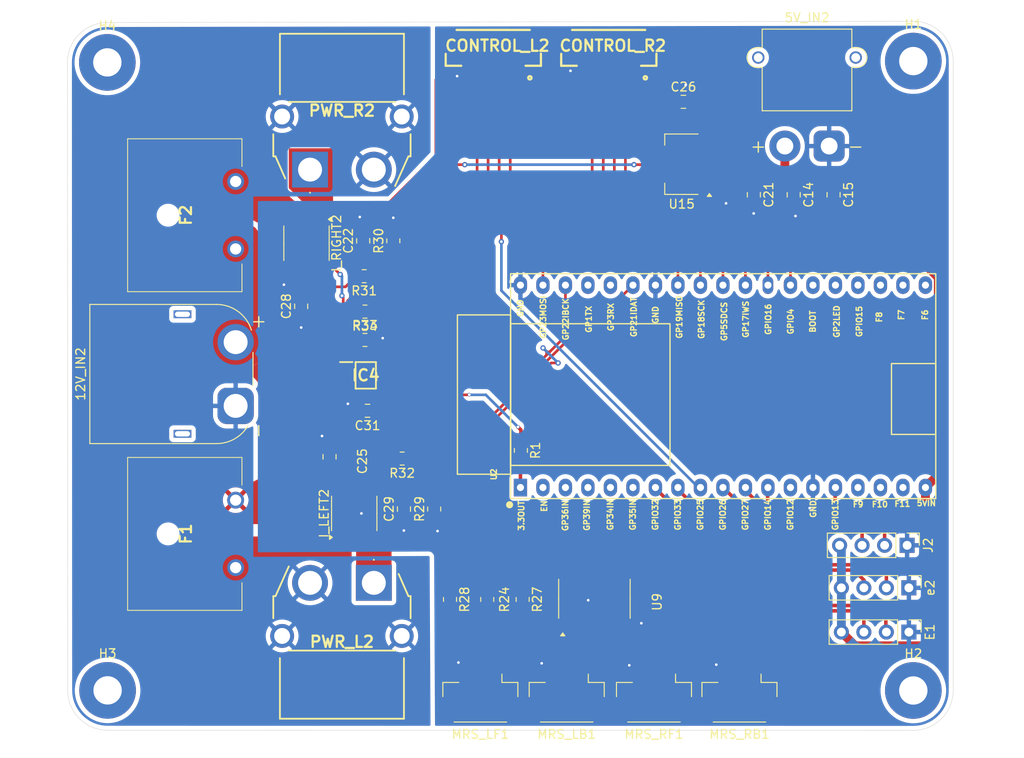
<source format=kicad_pcb>
(kicad_pcb (version 20241229) (generator "pcbnew") (generator_version "9.0")
  (layers (0 "F.Cu" jumper) (2 "B.Cu" signal) (13 "F.Paste" user) (15 "B.Paste" user) (5 "F.SilkS" user "F.Silkscreen") (7 "B.SilkS" user "B.Silkscreen") (1 "F.Mask" user) (3 "B.Mask" user) (25 "Edge.Cuts" user))
  (net 0 "")
  (net 1 "GND")
  (net 2 "+5V")
  (net 3 "+3.3V")
  (net 4 "+12V")
  (net 5 "GNDPWR")
  (net 6 "/+FUSE_L")
  (net 7 "/+FUSE_R")
  (net 8 "/I_OUT_R")
  (net 9 "/SCL")
  (net 10 "/SDA")
  (net 11 "/I_OUT_L")
  (net 12 "/+12V_L")
  (net 13 "/+12V_R")
  (net 14 "/SDA_LF")
  (net 15 "/SCL_LF")
  (net 16 "/SCL_LB")
  (net 17 "/SDA_LB")
  (net 18 "/SCL_RF")
  (net 19 "/SDA_RF")
  (net 20 "/SDA_RB")
  (net 21 "/SCL_RB")
  (net 22 "Net-(I_RIGHT2-FILTER)")
  (net 23 "Net-(I_LEFT2-FILTER)")
  (net 24 "Net-(I_LEFT2-VIOUT)")
  (net 25 "Net-(I_RIGHT2-VIOUT)")
  (net 26 "Net-(U9-~{RESET})")
  (net 27 "Net-(IC4-ADDR)")
  (net 28 "Net-(IC4-ALERT{slash}RDY)")
  (net 35 "/EN_L")
  (net 37 "/PWM_L")
  (net 39 "/D0")
  (net 40 "/IN1_L")
  (net 41 "/D1")
  (net 42 "/IN2_L")
  (net 43 "/D3")
  (net 44 "/PWM_R")
  (net 45 "/EN_R")
  (net 46 "/D2")
  (net 47 "/IN1_R")
  (net 48 "/D4")
  (net 49 "/IN2_R")
  (net 50 "/D5")
  (net 66 "Net-(U2-3.3V)")
  (footprint "Capacitor_SMD:C_0805_2012Metric" (layer "F.Cu") (at 66.4875 70.8 180)
    (property "Reference" "C31")
    (property "Value" "1u")
  )
  (footprint "local:01530007Z" (layer "F.Cu") (at 45.86 48.71 -90)
    (property "Reference" "F2")
    (property "Value" "Fuse" (hide yes))
  )
  (footprint "Capacitor_SMD:C_0805_2012Metric" (layer "F.Cu") (at 102.15 35.9)
    (property "Reference" "C26")
    (property "Value" "10u" (hide yes))
  )
  (footprint "Connector_PinHeader_2.54mm:PinHeader_1x04_P2.54mm_Vertical" (layer "F.Cu") (at 127.6 90.8 -90)
    (property "Reference" "e2")
    (property "Value" "Conn_01x04_Pin")
  )
  (footprint "local:Z_ESP32_DevKitC_38pin_socket" (layer "F.Cu") (at 83.75 79.47 90)
    (property "Reference" "U2")
    (property "Value" "~")
  )
  (footprint "Resistor_SMD:R_0805_2012Metric" (layer "F.Cu") (at 70.4 76.2 180)
    (property "Reference" "R32")
    (property "Value" "5.1k")
  )
  (footprint "Package_TO_SOT_SMD:SOT-223-3_TabPin2" (layer "F.Cu") (at 101.95 42.95 180)
    (property "Reference" "U15")
    (property "Value" "AMS1117-3.3" (hide yes))
  )
  (footprint "Resistor_SMD:R_0805_2012Metric" (layer "F.Cu") (at 69.4 51.6 90)
    (property "Reference" "R30")
    (property "Value" "10k")
  )
  (footprint "Package_SO:SOIC-8_3.9x4.9mm_P1.27mm" (layer "F.Cu") (at 64.9875 82.4 90)
    (property "Reference" "I_LEFT2")
    (property "Value" "ACS712xLCTR-20A")
  )
  (footprint "Capacitor_SMD:C_0805_2012Metric" (layer "F.Cu") (at 62.2 76 90)
    (property "Reference" "C25")
    (property "Value" "0.1uf")
  )
  (footprint "Connector_JST:JST_GH_BM04B-GHS-TBT_1x04-1MP_P1.25mm_Vertical" (layer "F.Cu") (at 108.475 103.35 180)
    (property "Reference" "MRS_RB1")
    (property "Value" "Conn_01x04")
  )
  (footprint "Resistor_SMD:R_0805_2012Metric" (layer "F.Cu") (at 66.2 62.8)
    (property "Reference" "R33")
    (property "Value" "10k")
  )
  (footprint "Connector_JST:JST_GH_BM04B-GHS-TBT_1x04-1MP_P1.25mm_Vertical" (layer "F.Cu") (at 98.825 103.35 180)
    (property "Reference" "MRS_RF1")
    (property "Value" "Conn_01x04")
  )
  (footprint "Package_SO:TSSOP-24_4.4x7.8mm_P0.65mm" (layer "F.Cu") (at 92.1 92.0375 90)
    (property "Reference" "U9")
    (property "Value" "TCA9548APWR")
  )
  (footprint "local:SOP50P490X110-10N" (layer "F.Cu") (at 66.2875 66.8)
    (property "Reference" "IC4")
    (property "Value" "ADS1115IDGSR" (hide yes))
  )
  (footprint "local:SM06B-GHS-TB" (layer "F.Cu") (at 86.0635 27.78 180)
    (property "Reference" "CONTROL_L2")
    (property "Value" "SM06B-GHS-TB_LF__SN_" (hide yes))
  )
  (footprint "Capacitor_SMD:C_0805_2012Metric" (layer "F.Cu") (at 59 59 90)
    (property "Reference" "C28")
    (property "Value" "1n")
  )
  (footprint "local:XT60PWF" (layer "F.Cu") (at 67.2 90.2375 180)
    (property "Reference" "PWR_L2")
    (property "Value" "XT60PW-F" (hide yes))
  )
  (footprint "MountingHole:MountingHole_3.2mm_M3_Pad_TopBottom" (layer "F.Cu") (at 128.1011 102.3978)
    (property "Reference" "H2")
    (property "Value" "MountingHole")
  )
  (footprint "local:XT60PWF" (layer "F.Cu") (at 60 43.5625)
    (property "Reference" "PWR_R2")
    (property "Value" "XT60PW-F" (hide yes))
  )
  (footprint "MountingHole:MountingHole_3.2mm_M3_Pad_TopBottom" (layer "F.Cu") (at 128.1 31.3)
    (property "Reference" "H1")
    (property "Value" "MountingHole")
  )
  (footprint "Resistor_SMD:R_0805_2012Metric" (layer "F.Cu") (at 75.8 92.1125 -90)
    (property "Reference" "R28")
    (property "Value" "10k")
  )
  (footprint "local:SM06B-GHS-TB" (layer "F.Cu") (at 99.1 27.78 180)
    (property "Reference" "CONTROL_R2")
    (property "Value" "SM06B-GHS-TB_LF__SN_" (hide yes))
  )
  (footprint "Resistor_SMD:R_0805_2012Metric" (layer "F.Cu") (at 83.8 75.2775 -90)
    (property "Reference" "R1")
    (property "Value" "0R")
  )
  (footprint "Capacitor_SMD:C_0805_2012Metric" (layer "F.Cu") (at 110.1 46.4 -90)
    (property "Reference" "C21")
    (property "Value" "0.1u")
  )
  (footprint "Connector_JST:JST_GH_BM04B-GHS-TBT_1x04-1MP_P1.25mm_Vertical" (layer "F.Cu") (at 88.975 103.35 180)
    (property "Reference" "MRS_LB1")
    (property "Value" "Conn_01x04")
  )
  (footprint "Resistor_SMD:R_0805_2012Metric" (layer "F.Cu") (at 84 92.1125 -90)
    (property "Reference" "R27")
    (property "Value" "10k")
  )
  (footprint "MountingHole:MountingHole_3.2mm_M3_Pad_TopBottom" (layer "F.Cu") (at 37.11637 31.44721)
    (property "Reference" "H4")
    (property "Value" "MountingHole")
  )
  (footprint "Capacitor_SMD:C_0805_2012Metric" (layer "F.Cu") (at 70.6 81.9 90)
    (property "Reference" "C29")
    (property "Value" "1n")
  )
  (footprint "Capacitor_SMD:C_0805_2012Metric" (layer "F.Cu") (at 66 51.6 90)
    (property "Reference" "C22")
    (property "Value" "0.1uF")
  )
  (footprint "Capacitor_SMD:C_0805_2012Metric" (layer "F.Cu") (at 119.1 46.4 -90)
    (property "Reference" "C15")
    (property "Value" "1u")
  )
  (footprint "MountingHole:MountingHole_3.2mm_M3_Pad_TopBottom" (layer "F.Cu") (at 37.14721 102.38363)
    (property "Reference" "H3")
    (property "Value" "MountingHole")
  )
  (footprint "Resistor_SMD:R_0805_2012Metric" (layer "F.Cu") (at 80 92.1125 -90)
    (property "Reference" "R24")
    (property "Value" "10k")
  )
  (footprint "Resistor_SMD:R_0805_2012Metric" (layer "F.Cu") (at 66.2 59.6 180)
    (property "Reference" "R34")
    (property "Value" "10k")
  )
  (footprint "Connector_PinHeader_2.54mm:PinHeader_1x04_P2.54mm_Vertical" (layer "F.Cu") (at 127.4 86 -90)
    (property "Reference" "J2")
    (property "Value" "Conn_01x04_Pin")
  )
  (footprint "Resistor_SMD:R_0805_2012Metric" (layer "F.Cu") (at 66.1125 55.6 180)
    (property "Reference" "R31")
    (property "Value" "5.1k")
  )
  (footprint "Connector_JST:JST_GH_BM04B-GHS-TBT_1x04-1MP_P1.25mm_Vertical" (layer "F.Cu") (at 79.225 103.35 180)
    (property "Reference" "MRS_LF1")
    (property "Value" "Conn_01x04")
  )
  (footprint "Resistor_SMD:R_0805_2012Metric" (layer "F.Cu") (at 74.0125 81.9 90)
    (property "Reference" "R29")
    (property "Value" "10k")
  )
  (footprint "Connector_PinHeader_2.54mm:PinHeader_1x04_P2.54mm_Vertical" (layer "F.Cu") (at 127.6 95.8 -90)
    (property "Reference" "E1")
    (property "Value" "Conn_01x04_Pin")
  )
  (footprint "Connector_AMASS:AMASS_XT30PW-M_1x02_P2.50mm_Horizontal" (layer "F.Cu") (at 118.6 40.9)
    (property "Reference" "5V_IN2")
    (property "Value" "XT30PW-F")
  )
  (footprint "Connector_AMASS:AMASS_XT60PW-M_1x02_P7.20mm_Horizontal" (layer "F.Cu") (at 51.6 70.25 90)
    (property "Reference" "12V_IN2")
    (property "Value" "XT60PW-F")
  )
  (footprint "Package_SO:SOIC-8_3.9x4.9mm_P1.27mm" (layer "F.Cu") (at 59.6 51.875 -90)
    (property "Reference" "I_RIGHT2")
    (property "Value" "ACS712xLCTR-20A")
  )
  (footprint "local:01530007Z" (layer "F.Cu") (at 45.86 84.71 -90)
    (property "Reference" "F1")
    (property "Value" "Fuse" (hide yes))
  )
  (footprint "Capacitor_SMD:C_0805_2012Metric" (layer "F.Cu") (at 114.6 46.4 -90)
    (property "Reference" "C14")
    (property "Value" "10u")
  )
  (gr_arc (start 37.245015 106.882564) (mid 34 105.6) (end 32.647212 102.383627) (stroke (width 0.05)) (layer "Edge.Cuts"))
  (gr_line (start 128.002241 26.801063) (end 37.116373 26.947215) (stroke (width 0.05)) (layer "Edge.Cuts"))
  (gr_arc (start 32.617436 31.545015) (mid 33.9 28.3) (end 37.116373 26.947212) (stroke (width 0.05)) (layer "Edge.Cuts"))
  (gr_line (start 32.617437 31.545015) (end 32.647212 102.38363) (stroke (width 0.05)) (layer "Edge.Cuts"))
  (gr_line (start 132.6 102.300042) (end 132.6 31.3) (stroke (width 0.05)) (layer "Edge.Cuts"))
  (gr_arc (start 132.6 102.3) (mid 131.317436 105.545015) (end 128.101063 106.897803) (stroke (width 0.05)) (layer "Edge.Cuts"))
  (gr_line (start 37.245015 106.882564) (end 128.101063 106.897803) (stroke (width 0.05)) (layer "Edge.Cuts"))
  (gr_arc (start 128.002197 26.801063) (mid 131.247212 28.083627) (end 132.6 31.3) (stroke (width 0.05)) (layer "Edge.Cuts"))
  (segment (start 64.0875 66.8) (end 65.0395 66.8) (width 0.2) (layer "F.Cu") (net 1))
  (segment (start 89.175 94.9) (end 89.175 94.162501) (width 0.3) (layer "F.Cu") (net 1))
  (segment (start 59 59.95) (end 59 61.4) (width 0.4) (layer "F.Cu") (net 1))
  (segment (start 106.6 100.22) (end 105.86 99.48) (width 0.3) (layer "F.Cu") (net 1))
  (segment (start 105.1 45.51) (end 106.96 47.37) (width 0.3) (layer "F.Cu") (net 1))
  (segment (start 87.1 100.28) (end 86.15 99.33) (width 0.3) (layer "F.Cu") (net 1))
  (segment (start 116.734013 81.465987) (end 116.4 81.8) (width 0.4) (layer "F.Cu") (net 1))
  (segment (start 90.475 89.175) (end 90.475 91.275) (width 0.3) (layer "F.Cu") (net 1))
  (segment (start 77.4 32.2) (end 76.6 33) (width 0.3) (layer "F.Cu") (net 1))
  (segment (start 69.4 50.6875) (end 69.4 49) (width 0.3) (layer "F.Cu") (net 1))
  (segment (start 70.6375 82.8125) (end 70.6 82.85) (width 0.3) (layer "F.Cu") (net 1))
  (segment (start 97.3 94.9) (end 97.4 94.8) (width 0.3) (layer "F.Cu") (net 1))
  (segment (start 110.1 48.49) (end 110.08 48.51) (width 0.3) (layer "F.Cu") (net 1))
  (segment (start 77.35 99.84) (end 76.75 99.24) (width 0.3) (layer "F.Cu") (net 1))
  (segment (start 68 62.8) (end 68.2 62.6) (width 0.4) (layer "F.Cu") (net 1))
  (segment (start 88.525 94.9) (end 89.175 94.9) (width 0.3) (layer "F.Cu") (net 1))
  (segment (start 93.712499 92.2) (end 91.4 92.2) (width 0.3) (layer "F.Cu") (net 1))
  (segment (start 103.1 34.7) (end 102.4 34) (width 0.4) (layer "F.Cu") (net 1))
  (segment (start 57.695 55.915) (end 57.05 56.56) (width 0.3) (layer "F.Cu") (net 1))
  (segment (start 87.1 101.4) (end 87.1 100.28) (width 0.3) (layer "F.Cu") (net 1))
  (segment (start 95.675 94.162501) (end 93.712499 92.2) (width 0.3) (layer "F.Cu") (net 1))
  (segment (start 77.6 32.2) (end 77.4 32.2) (width 0.3) (layer "F.Cu") (net 1))
  (segment (start 89.9 31.9) (end 89.4 32.4) (width 0.3) (layer "F.Cu") (net 1))
  (segment (start 62.2 74.5) (end 61.35 73.65) (width 0.3) (layer "F.Cu") (net 1))
  (segment (start 96.95 100.46) (end 96.04 99.55) (width 0.3) (layer "F.Cu") (net 1))
  (segment (start 114.6 47.35) (end 114.6 48.6) (width 0.3) (layer "F.Cu") (net 1))
  (segment (start 105.1 45.25) (end 105.1 45.51) (width 0.3) (layer "F.Cu") (net 1))
  (segment (start 77.35 101.4) (end 77.35 99.84) (width 0.3) (layer "F.Cu") (net 1))
  (segment (start 57.695 54.35) (end 57.695 55.915) (width 0.3) (layer "F.Cu") (net 1))
  (segment (start 91.137501 92.2) (end 91.4 92.2) (width 0.3) (layer "F.Cu") (net 1))
  (segment (start 110.1 47.35) (end 110.1 48.49) (width 0.3) (layer "F.Cu") (net 1))
  (segment (start 66.8925 81.3075) (end 65.8 82.4) (width 0.4) (layer "F.Cu") (net 1))
  (segment (start 70.6 84.32) (end 70.59 84.33) (width 0.3) (layer "F.Cu") (net 1))
  (segment (start 116.734013 79.4) (end 116.734013 81.465987) (width 0.4) (layer "F.Cu") (net 1))
  (segment (start 95.675 94.9) (end 97.3 94.9) (width 0.3) (layer "F.Cu") (net 1))
  (segment (start 65.06 70.8) (end 64.27 70.01) (width 0.3) (layer "F.Cu") (net 1))
  (segment (start 74.0125 82.8125) (end 70.6375 82.8125) (width 0.3) (layer "F.Cu") (net 1))
  (segment (start 74.0125 82.8125) (end 74.0125 84.0125) (width 0.3) (layer "F.Cu") (net 1))
  (segment (start 74.0125 84.0125) (end 74.39 84.39) (width 0.3) (layer "F.Cu") (net 1))
  (segment (start 65.5375 70.8) (end 65.06 70.8) (width 0.3) (layer "F.Cu") (net 1))
  (segment (start 114.6 48.6) (end 114.8 48.8) (width 0.3) (layer "F.Cu") (net 1))
  (segment (start 62.2 75.05) (end 62.2 74.5) (width 0.3) (layer "F.Cu") (net 1))
  (segment (start 66 50.65) (end 66 49.3) (width 0.3) (layer "F.Cu") (net 1))
  (segment (start 110.1 47.35) (end 119.1 47.35) (width 0.3) (layer "F.Cu") (net 1))
  (segment (start 90.475 91.275) (end 91.4 92.2) (width 0.3) (layer "F.Cu") (net 1))
  (segment (start 65.0395 66.8) (end 65.5375 67.298) (width 0.2) (layer "F.Cu") (net 1))
  (segment (start 66 49.3) (end 65.61 48.91) (width 0.3) (layer "F.Cu") (net 1))
  (segment (start 67.1125 62.8) (end 68 62.8) (width 0.4) (layer "F.Cu") (net 1))
  (segment (start 96.95 101.4) (end 96.95 100.46) (width 0.3) (layer "F.Cu") (net 1))
  (segment (start 103.1 35.9) (end 103.1 34.7) (width 0.4) (layer "F.Cu") (net 1))
  (segment (start 89.175 94.162501) (end 91.137501 92.2) (width 0.3) (layer "F.Cu") (net 1))
  (segment (start 95.675 94.9) (end 95.675 94.162501) (width 0.3) (layer "F.Cu") (net 1))
  (segment (start 65.5375 67.298) (end 65.5375 70.8) (width 0.2) (layer "F.Cu") (net 1))
  (segment (start 66.8925 79.925) (end 66.8925 81.3075) (width 0.4) (layer "F.Cu") (net 1))
  (segment (start 70.6 82.85) (end 70.6 84.32) (width 0.3) (layer "F.Cu") (net 1))
  (segment (start 69.3625 50.65) (end 69.4 50.6875) (width 0.3) (layer "F.Cu") (net 1))
  (segment (start 106.6 101.4) (end 106.6 100.22) (width 0.3) (layer "F.Cu") (net 1))
  (segment (start 90.6 31.9) (end 89.9 31.9) (width 0.3) (layer "F.Cu") (net 1))
  (via (at 96.04 99.55) (size 0.4) (drill 0.3) (layers "F.Cu" "B.Cu") (net 1))
  (via (at 68.2 62.6) (size 0.6) (drill 0.3) (layers "F.Cu" "B.Cu") (net 1))
  (via (at 116.4 81.8) (size 0.6) (drill 0.3) (layers "F.Cu" "B.Cu") (net 1))
  (via (at 105.86 99.48) (size 0.4) (drill 0.3) (layers "F.Cu" "B.Cu") (net 1))
  (via (at 65.8 82.4) (size 0.6) (drill 0.3) (layers "F.Cu" "B.Cu") (net 1))
  (via (at 97.4 94.8) (size 0.6) (drill 0.3) (layers "F.Cu" "B.Cu") (net 1))
  (via (at 102.4 34) (size 0.6) (drill 0.3) (layers "F.Cu" "B.Cu") (net 1))
  (via (at 65.61 48.91) (size 0.4) (drill 0.3) (layers "F.Cu" "B.Cu") (net 1))
  (via (at 74.39 84.39) (size 0.4) (drill 0.3) (layers "F.Cu" "B.Cu") (net 1))
  (via (at 61.35 73.65) (size 0.4) (drill 0.3) (layers "F.Cu" "B.Cu") (net 1))
  (via (at 89.4 32.4) (size 0.6) (drill 0.3) (layers "F.Cu" "B.Cu") (net 1))
  (via (at 59 61.4) (size 0.6) (drill 0.3) (layers "F.Cu" "B.Cu") (net 1))
  (via (at 76.75 99.24) (size 0.4) (drill 0.3) (layers "F.Cu" "B.Cu") (net 1))
  (via (at 57.05 56.56) (size 0.4) (drill 0.3) (layers "F.Cu" "B.Cu") (net 1))
  (via (at 91.4 92.2) (size 0.6) (drill 0.3) (layers "F.Cu" "B.Cu") (net 1))
  (via (at 106.96 47.37) (size 0.4) (drill 0.3) (layers "F.Cu" "B.Cu") (net 1))
  (via (at 64.27 70.01) (size 0.4) (drill 0.3) (layers "F.Cu" "B.Cu") (net 1))
  (via (at 76.6 33) (size 0.6) (drill 0.3) (layers "F.Cu" "B.Cu") (net 1))
  (via (at 70.59 84.33) (size 0.4) (drill 0.3) (layers "F.Cu" "B.Cu") (net 1))
  (via (at 69.4 49) (size 0.6) (drill 0.3) (layers "F.Cu" "B.Cu") (net 1))
  (via (at 86.15 99.33) (size 0.4) (drill 0.3) (layers "F.Cu" "B.Cu") (net 1))
  (via (at 114.8 48.8) (size 0.6) (drill 0.3) (layers "F.Cu" "B.Cu") (net 1))
  (via (at 110.08 48.51) (size 0.4) (drill 0.3) (layers "F.Cu" "B.Cu") (net 1))
  (segment (start 59 61.4) (end 59.2 61.4) (width 0.4) (layer "B.Cu") (net 1))
  (segment (start 66 52.55) (end 67.25 52.55) (width 0.3) (layer "F.Cu") (net 2))
  (segment (start 83.85 31.55) (end 83.85 32.2) (width 0.3) (layer "F.Cu") (net 2))
  (segment (start 60.91349 65.886511) (end 60.897 65.87002) (width 0.3) (layer "F.Cu") (net 2))
  (segment (start 88.2 32.2) (end 83.85 32.2) (width 0.3) (layer "F.Cu") (net 2))
  (segment (start 63.74474 57.94474) (end 63.6 57.8) (width 0.3) (layer "F.Cu") (net 2))
  (segment (start 106.170694 41.499) (end 106.149 41.499) (width 1) (layer "F.Cu") (net 2))
  (segment (start 120.612024 45.45) (end 130.921 55.758976) (width 1) (layer "F.Cu") (net 2))
  (segment (start 65 75) (end 65 74.8) (width 0.3) (layer "F.Cu") (net 2))
  (segment (start 63.8 73.6) (end 62.2 72) (width 0.3) (layer "F.Cu") (net 2))
  (segment (start 110.1 44.02) (end 108.209306 42.129306) (width 1) (layer "F.Cu") (net 2))
  (segment (start 63.4 55.4) (end 62.85 54.85) (width 0.3) (layer "F.Cu") (net 2))
  (segment (start 76.9125 30.715115) (end 83.1625 30.715115) (width 0.3) (layer "F.Cu") (net 2))
  (segment (start 63.74474 58.6) (end 63.74474 57.94474) (width 0.3) (layer "F.Cu") (net 2))
  (segment (start 90 30.4) (end 88.2 32.2) (width 0.3) (layer "F.Cu") (net 2))
  (segment (start 106.801 42.129306) (end 106.170694 41.499) (width 1) (layer "F.Cu") (net 2))
  (segment (start 74.2 33.427615) (end 76.9125 30.715115) (width 0.3) (layer "F.Cu") (net 2))
  (segment (start 130.921 55.758976) (end 130.921 78.019) (width 1) (layer "F.Cu") (net 2))
  (segment (start 63.0825 77.8325) (end 62.2 76.95) (width 0.3) (layer "F.Cu") (net 2))
  (segment (start 119.1 45.45) (end 120.612024 45.45) (width 1) (layer "F.Cu") (net 2))
  (segment (start 121.531 97.351) (end 119.98 95.8) (width 1) (layer "F.Cu") (net 2))
  (segment (start 67.6 52.2) (end 67.6 48.6) (width 0.3) (layer "F.Cu") (net 2))
  (segment (start 62.85 54.35) (end 64.65 52.55) (width 0.3) (layer "F.Cu") (net 2))
  (segment (start 67.25 52.55) (end 67.6 52.2) (width 0.3) (layer "F.Cu") (net 2))
  (segment (start 106.149 41.499) (end 105.3 40.65) (width 1) (layer "F.Cu") (net 2))
  (segment (start 96.85 31.9) (end 96.85 30.65) (width 0.3) (layer "F.Cu") (net 2))
  (segment (start 105.1 33.5) (end 105.1 40.65) (width 0.3) (layer "F.Cu") (net 2))
  (segment (start 113.6 44.45) (end 114.6 45.45) (width 1) (layer "F.Cu") (net 2))
  (segment (start 110.1 45.45) (end 110.1 44.02) (width 1) (layer "F.Cu") (net 2))
  (segment (start 62.2 72) (end 62.2 68.4) (width 0.3) (layer "F.Cu") (net 2))
  (segment (start 63.0825 79.925) (end 63.0825 77.8325) (width 0.3) (layer "F.Cu") (net 2))
  (segment (start 62.2 68.4) (end 62.2 67.17302) (width 0.3) (layer "F.Cu") (net 2))
  (segment (start 62.2 76.95) (end 63.85 76.95) (width 0.3) (layer "F.Cu") (net 2))
  (segment (start 83.8135 31.366115) (end 83.8135 31.916115) (width 0.3) (layer "F.Cu") (net 2))
  (segment (start 96.85 31.9) (end 103.5 31.9) (width 0.3) (layer "F.Cu") (net 2))
  (segment (start 130.921 78.019) (end 129.47 79.47) (width 1) (layer "F.Cu") (net 2))
  (segment (start 103.5 31.9) (end 105.1 33.5) (width 0.3) (layer "F.Cu") (net 2))
  (segment (start 129.151 97.351) (end 121.531 97.351) (width 1) (layer "F.Cu") (net 2))
  (segment (start 129.47 79.47) (end 129.47 97.032) (width 1) (layer "F.Cu") (net 2))
  (segment (start 65 74.8) (end 63.8 73.6) (width 0.3) (layer "F.Cu") (net 2))
  (segment (start 105.3 40.65) (end 105.1 40.65) (width 1) (layer "F.Cu") (net 2))
  (segment (start 67.6 48.6) (end 74.2 42) (width 0.3) (layer "F.Cu") (net 2))
  (segment (start 113.6 44.65) (end 112.8 45.45) (width 1) (layer "F.Cu") (net 2))
  (segment (start 63.2 60.2) (end 63.74474 59.65526) (width 0.3) (layer "F.Cu") (net 2))
  (segment (start 119.1 45.45) (end 112.8 45.45) (width 1) (layer "F.Cu") (net 2))
  (segment (start 60.897 65.87002) (end 60.897 63.2) (width 0.3) (layer "F.Cu") (net 2))
  (segment (start 63.74474 59.65526) (end 63.74474 58.6) (width 0.3) (layer "F.Cu") (net 2))
  (segment (start 96.6 30.4) (end 90 30.4) (width 0.3) (layer "F.Cu") (net 2))
  (segment (start 62.2 67.17302) (end 60.91349 65.886511) (width 0.3) (layer "F.Cu") (net 2))
  (segment (start 61.6 61.8) (end 63.2 60.2) (width 0.3) (layer "F.Cu") (net 2))
  (segment (start 108.209306 42.129306) (end 106.801 42.129306) (width 1) (layer "F.Cu") (net 2))
  (segment (start 65 75.8) (end 65 75) (width 0.3) (layer "F.Cu") (net 2))
  (segment (start 129.47 97.032) (end 129.151 97.351) (width 1) (layer "F.Cu") (net 2))
  (segment (start 60.897 62.503) (end 61.6 61.8) (width 0.3) (layer "F.Cu") (net 2))
  (segment (start 62.85 54.85) (end 62.85 54.35) (width 0.3) (layer "F.Cu") (net 2))
  (segment (start 64.65 52.55) (end 66 52.55) (width 0.3) (layer "F.Cu") (net 2))
  (segment (start 83.1625 30.715115) (end 83.8135 31.366115) (width 0.3) (layer "F.Cu") (net 2))
  (segment (start 61.505 54.35) (end 62.85 54.35) (width 0.3) (layer "F.Cu") (net 2))
  (segment (start 63.85 76.95) (end 64.4 76.4) (width 0.3) (layer "F.Cu") (net 2))
  (segment (start 113.6 40.9) (end 113.6 44.45) (width 1) (layer "F.Cu") (net 2))
  (segment (start 74.2 42) (end 74.2 33.427615) (width 0.3) (layer "F.Cu") (net 2))
  (segment (start 64.4 76.4) (end 65 75.8) (width 0.3) (layer "F.Cu") (net 2))
  (segment (start 113.6 44.45) (end 113.6 44.65) (width 1) (layer "F.Cu") (net 2))
  (segment (start 112.8 45.45) (end 110.1 45.45) (width 1) (layer "F.Cu") (net 2))
  (segment (start 96.85 30.65) (end 96.6 30.4) (width 0.3) (layer "F.Cu") (net 2))
  (segment (start 60.897 63.2) (end 60.897 62.503) (width 0.3) (layer "F.Cu") (net 2))
  (via (at 63.4 55.4) (size 0.6) (drill 0.3) (layers "F.Cu" "B.Cu") (net 2))
  (via (at 63.6 57.8) (size 0.6) (drill 0.3) (layers "F.Cu" "B.Cu") (net 2))
  (segment (start 63.6 57.8) (end 63.6 55.6) (width 0.3) (layer "B.Cu") (net 2))
  (segment (start 119.98 86.2) (end 119.78 86) (width 1) (layer "B.Cu") (net 2))
  (segment (start 63.6 55.6) (end 63.4 55.4) (width 0.3) (layer "B.Cu") (net 2))
  (segment (start 119.98 95.8) (end 119.98 86.2) (width 1) (layer "B.Cu") (net 2))
  (segment (start 105.1 42.95) (end 98.8 42.95) (width 1) (layer "F.Cu") (net 3))
  (segment (start 77.98 68.98) (end 77.96 69) (width 0.3) (layer "F.Cu") (net 3))
  (segment (start 98.8 37.4) (end 98.8 42.95) (width 0.3) (layer "F.Cu") (net 3))
  (segment (start 81.1 101.4) (end 81.1 102.7) (width 0.3) (layer "F.Cu") (net 3))
  (segment (start 67.4375 70.8) (end 70.2 70.8) (width 0.3) (layer "F.Cu") (net 3))
  (segment (start 76.8 69) (end 76.4 69) (width 0.3) (layer "F.Cu") (net 3))
  (segment (start 81.1 102.7) (end 81.2 102.8) (width 0.3) (layer "F.Cu") (net 3))
  (segment (start 76.6 102.8) (end 81 102.8) (width 0.3) (layer "F.Cu") (net 3))
  (segment (start 70 66.8) (end 68.4875 66.8) (width 0.3) (layer "F.Cu") (net 3))
  (segment (start 85.59248 85.101) (end 82.101 85.101) (width 0.3) (layer "F.Cu") (net 3))
  (segment (start 67.6 66.8) (end 67.2 66.4) (width 0.3) (layer "F.Cu") (net 3))
  (segment (start 67.2 66.4) (end 67.2 65) (width 0.3) (layer "F.Cu") (net 3))
  (segment (start 86.5 91.2) (end 84 91.2) (width 0.3) (layer "F.Cu") (net 3))
  (segment (start 81.4 102.8) (end 83.4 102.8) (width 0.3) (layer "F.Cu") (net 3))
  (segment (start 68.6 59.6) (end 67.1125 59.6) (width 0.3) (layer "F.Cu") (net 3))
  (segment (start 68.8 64.6) (end 69.2 64.2) (width 0.3) (layer "F.Cu") (net 3))
  (segment (start 68.6 56.2) (end 68.6 59.6) (width 0.3) (layer "F.Cu") (net 3))
  (segment (start 67.2 65) (end 67.6 64.6) (width 0.3) (layer "F.Cu") (net 3))
  (segment (start 98.75 43) (end 98.8 42.95) (width 0.3) (layer "F.Cu") (net 3))
  (segment (start 100.7 102.5) (end 101 102.8) (width 0.3) (layer "F.Cu") (net 3))
  (segment (start 101.2 35.9) (end 100.3 35.9) (width 0.3) (layer "F.Cu") (net 3))
  (segment (start 70.2 70.8) (end 70.8 70.2) (width 0.3) (layer "F.Cu") (net 3))
  (segment (start 83.8 74.365) (end 83.8 72.96) (width 0.4) (layer "F.Cu") (net 3))
  (segment (start 68.4875 66.8) (end 67.6 66.8) (width 0.3) (layer "F.Cu") (net 3))
  (segment (start 88.525 89.175) (end 88.525 88.03352) (width 0.3) (layer "F.Cu") (net 3))
  (segment (start 70.8 67.6) (end 70 66.8) (width 0.3) (layer "F.Cu") (net 3))
  (segment (start 110.35 101.4) (end 110.35 102.25) (width 0.3) (layer "F.Cu") (net 3))
  (segment (start 88.525 89.175) (end 86.5 91.2) (width 0.3) (layer "F.Cu") (net 3))
  (segment (start 90.85 102.65) (end 91 102.8) (width 0.3) (layer "F.Cu") (net 3))
  (segment (start 70.8 69) (end 70.8 67.6) (width 0.3) (layer "F.Cu") (net 3))
  (segment (start 74.6 91.6) (end 74.6 100.8) (width 0.3) (layer "F.Cu") (net 3))
  (segment (start 100.3 35.9) (end 98.8 37.4) (width 0.3) (layer "F.Cu") (net 3))
  (segment (start 100.4 102.8) (end 91 102.8) (width 0.3) (layer "F.Cu") (net 3))
  (segment (start 81 102.8) (end 81.4 102.8) (width 0.3) (layer "F.Cu") (net 3))
  (segment (start 83.8 72.96) (end 83.47 72.63) (width 0.4) (layer "F.Cu") (net 3))
  (segment (start 90.85 101.4) (end 90.85 102.55) (width 0.3) (layer "F.Cu") (net 3))
  (segment (start 84 91.2) (end 80 91.2) (width 0.3) (layer "F.Cu") (net 3))
  (segment (start 74.6 43) (end 71 46.6) (width 0.3) (layer "F.Cu") (net 3))
  (segment (start 88.525 88.03352) (end 85.59248 85.101) (width 0.3) (layer "F.Cu") (net 3))
  (segment (start 79.6 71.8) (end 76.8 69) (width 0.3) (layer "F.Cu") (net 3))
  (segment (start 100.7 101.4) (end 100.7 102.5) (width 0.3) (layer "F.Cu") (net 3))
  (segment (start 81.2 102.8) (end 81.4 102.8) (width 0.3) (layer "F.Cu") (net 3))
  (segment (start 90.85 101.4) (end 90.85 102.65) (width 0.3) (layer "F.Cu") (net 3))
  (segment (start 101 102.8) (end 100.4 102.8) (width 0.3) (layer "F.Cu") (net 3))
  (segment (start 91 102.8) (end 90.6 102.8) (width 0.3) (layer "F.Cu") (net 3))
  (segment (start 90.6 102.8) (end 83.4 102.8) (width 0.3) (layer "F.Cu") (net 3))
  (segment (start 71 53.8) (end 68.6 56.2) (width 0.3) (layer "F.Cu") (net 3))
  (segment (start 69.2 60.2) (end 68.6 59.6) (width 0.3) (layer "F.Cu") (net 3))
  (segment (start 100.7 102.5) (end 100.4 102.8) (width 0.3) (layer "F.Cu") (net 3))
  (segment (start 70.8 70.2) (end 70.8 69) (width 0.3) (layer "F.Cu") (net 3))
  (segment (start 74.6 100.8) (end 76.6 102.8) (width 0.3) (layer "F.Cu") (net 3))
  (segment (start 77.96 69) (end 76.4 69) (width 0.3) (layer "F.Cu") (net 3))
  (segment (start 110.35 102.25) (end 109.8 102.8) (width 0.3) (layer "F.Cu") (net 3))
  (segment (start 76.4 69) (end 70.8 69) (width 0.3) (layer "F.Cu") (net 3))
  (segment (start 75.8 91.2) (end 75 91.2) (width 0.3) (layer "F.Cu") (net 3))
  (segment (start 79.6 82.6) (end 79.6 71.8) (width 0.3) (layer "F.Cu") (net 3))
  (segment (start 90.85 102.55) (end 90.6 102.8) (width 0.3) (layer "F.Cu") (net 3))
  (segment (start 71 46.6) (end 71 53.8) (width 0.3) (layer "F.Cu") (net 3))
  (segment (start 81.1 102.7) (end 81 102.8) (width 0.3) (layer "F.Cu") (net 3))
  (segment (start 80 91.2) (end 75.8 91.2) (width 0.3) (layer "F.Cu") (net 3))
  (segment (start 77.47 43) (end 74.6 43) (width 0.3) (layer "F.Cu") (net 3))
  (segment (start 67.6 64.6) (end 68.8 64.6) (width 0.3) (layer "F.Cu") (net 3))
  (segment (start 75 91.2) (end 74.6 91.6) (width 0.3) (layer "F.Cu") (net 3))
  (segment (start 69.2 64.2) (end 69.2 60.2) (width 0.3) (layer "F.Cu") (net 3))
  (segment (start 96.57 43) (end 98.75 43) (width 0.3) (layer "F.Cu") (net 3))
  (segment (start 82.101 85.101) (end 79.6 82.6) (width 0.3) (layer "F.Cu") (net 3))
  (segment (start 109.8 102.8) (end 101 102.8) (width 0.3) (layer "F.Cu") (net 3))
  (via (at 77.98 68.98) (size 0.4) (drill 0.3) (layers "F.Cu" "B.Cu") (net 3))
  (via (at 77.47 43) (size 0.6) (drill 0.3) (layers "F.Cu" "B.Cu") (net 3))
  (via (at 83.47 72.63) (size 0.4) (drill 0.3) (layers "F.Cu" "B.Cu") (net 3))
  (via (at 96.57 43) (size 0.6) (drill 0.3) (layers "F.Cu" "B.Cu") (net 3))
  (segment (start 79.84 69) (end 83.47 72.63) (width 0.3) (layer "B.Cu") (net 3))
  (segment (start 78 69) (end 79.84 69) (width 0.3) (layer "B.Cu") (net 3))
  (segment (start 77.98 68.98) (end 78 69) (width 0.3) (layer "B.Cu") (net 3))
  (segment (start 77.47 43) (end 96.57 43) (width 0.3) (layer "B.Cu") (net 3))
  (segment (start 61.398 65.6625) (end 61.398 62.893479) (width 0.3) (layer "F.Cu") (net 8))
  (segment (start 67.025 55.575) (end 69.4 53.2) (width 0.3) (layer "F.Cu") (net 8))
  (segment (start 69.4 53.2) (end 69.4 52.5125) (width 0.3) (layer "F.Cu") (net 8))
  (segment (start 63.0355 67.3) (end 61.398 65.6625) (width 0.3) (layer "F.Cu") (net 8))
  (segment (start 64.24574 58.37926) (end 67.025 55.6) (width 0.3) (layer "F.Cu") (net 8))
  (segment (start 64.24574 60.04574) (end 64.24574 58.37926) (width 0.3) (layer "F.Cu") (net 8))
  (segment (start 64.0875 67.3) (end 63.0355 67.3) (width 0.3) (layer "F.Cu") (net 8))
  (segment (start 61.398 62.893479) (end 64.24574 60.04574) (width 0.3) (layer "F.Cu") (net 8))
  (segment (start 67.025 55.6) (end 67.025 55.575) (width 0.3) (layer "F.Cu") (net 8))
  (segment (start 67.025 55.6) (end 67 55.6) (width 0.3) (layer "F.Cu") (net 8))
  (segment (start 86.85 64.35) (end 86.7 64.5) (width 0.3) (layer "F.Cu") (net 9))
  (segment (start 85.4 65.8) (end 68.4875 65.8) (width 0.3) (layer "F.Cu") (net 9))
  (segment (start 80.601 72.8) (end 80.601 72.01604) (width 0.3) (layer "F.Cu") (net 9))
  (segment (start 87.21704 65.4) (end 88 65.4) (width 0.3) (layer "F.Cu") (net 9))
  (segment (start 80.601 82.09248) (end 80.601 72.8) (width 0.3) (layer "F.Cu") (net 9))
  (segment (start 82.50852 84) (end 80.601 82.09248) (width 0.3) (layer "F.Cu") (net 9))
  (segment (start 86.75 64.15) (end 87.05 64.15) (width 0.3) (layer "F.Cu") (net 9))
  (segment (start 88.735 62.465) (end 88.83 62.37) (width 0.3) (layer "F.Cu") (net 9))
  (segment (start 88.83 62.37) (end 88.83 56.61) (width 0.3) (layer "F.Cu") (net 9))
  (segment (start 80.601 72.01604) (end 86.95852 65.65852) (width 0.3) (layer "F.Cu") (net 9))
  (segment (start 85.6 94.6) (end 80.6 94.6) (width 0.3) (layer "F.Cu") (net 9))
  (segment (start 89.825 89.175) (end 89.825 90.375) (width 0.3) (layer "F.Cu") (net 9))
  (segment (start 89.825 87.916479) (end 89.10426 87.19574) (width 0.3) (layer "F.Cu") (net 9))
  (segment (start 85.90852 84) (end 83.9 84) (width 0.3) (layer "F.Cu") (net 9))
  (segment (start 89.825 89.175) (end 89.825 87.916479) (width 0.3) (layer "F.Cu") (net 9))
  (segment (start 86.3 63.7) (end 86.7 64.1) (width 0.3) (layer "F.Cu") (net 9))
  (segment (start 86.95852 65.65852) (end 87.21704 65.4) (width 0.3) (layer "F.Cu") (net 9))
  (segment (start 86.7 64.5) (end 85.4 65.8) (width 0.3) (layer "F.Cu") (net 9))
  (segment (start 89.10426 87.19574) (end 85.90852 84) (width 0.3) (layer "F.Cu") (net 9))
  (segment (start 89.825 90.375) (end 85.6 94.6) (width 0.3) (layer "F.Cu") (net 9))
  (segment (start 88.794013 62.394013) (end 88.8 62.4) (width 0.3) (layer "F.Cu") (net 9))
  (segment (start 87.05 64.15) (end 86.85 64.35) (width 0.3) (layer "F.Cu") (net 9))
  (segment (start 80.6 94.6) (end 80 94) (width 0.3) (layer "F.Cu") (net 9))
  (segment (start 88.8 62.4) (end 88.735 62.465) (width 0.3) (layer "F.Cu") (net 9))
  (segment (start 83.9 84) (end 82.50852 84) (width 0.3) (layer "F.Cu") (net 9))
  (segment (start 88.735 62.465) (end 87.05 64.15) (width 0.3) (layer "F.Cu") (net 9))
  (segment (start 80 94) (end 80 93.025) (width 0.3) (layer "F.Cu") (net 9))
  (segment (start 86.7 64.1) (end 86.75 64.15) (width 0.3) (layer "F.Cu") (net 9))
  (segment (start 86.85 64.25) (end 86.85 64.35) (width 0.3) (layer "F.Cu") (net 9))
  (segment (start 86.7 64.1) (end 86.7 64.5) (width 0.3) (layer "F.Cu") (net 9))
  (segment (start 86.7 64.1) (end 86.85 64.25) (width 0.3) (layer "F.Cu") (net 9))
  (via (at 88 65.4) (size 0.6) (drill 0.3) (layers "F.Cu" "B.Cu") (net 9))
  (via (at 86.3 63.7) (size 0.6) (drill 0.3) (layers "F.Cu" "B.Cu") (net 9))
  (segment (start 88 65.4) (end 86.3 63.7) (width 0.3) (layer "B.Cu") (net 9))
  (segment (start 85 66.3) (end 85.10426 66.40426) (width 0.3) (layer "F.Cu") (net 10))
  (segment (start 80.1 71.80852) (end 85.10426 66.80426) (width 0.3) (layer "F.Cu") (net 10))
  (segment (start 89.175 89.175) (end 89.175 90.225) (width 0.3) (layer "F.Cu") (net 10))
  (segment (start 96.45 56.61) (end 90.45248 62.60752) (width 0.3) (layer "F.Cu") (net 10))
  (segment (start 89.175 90.225) (end 86.375 93.025) (width 0.3) (layer "F.Cu") (net 10))
  (segment (start 85 66.3) (end 85.25426 66.55426) (width 0.3) (layer "F.Cu") (net 10))
  (segment (start 85.10426 66.40426) (end 85.10426 66.80426) (width 0.3) (layer "F.Cu") (net 10))
  (segment (start 82.4 84.6) (end 80.1 82.3) (width 0.3) (layer "F.Cu") (net 10))
  (segment (start 85.25426 66.55426) (end 85.25426 66.65426) (width 0.3) (layer "F.Cu") (net 10))
  (segment (start 89.301 62.60752) (end 85.60852 66.3) (width 0.3) (layer "F.Cu") (net 10))
  (segment (start 86.375 93.025) (end 84 93.025) (width 0.3) (layer "F.Cu") (net 10))
  (segment (start 90.45248 62.60752) (end 89.301 62.60752) (width 0.3) (layer "F.Cu") (net 10))
  (segment (start 85.10426 66.80426) (end 85.25426 66.65426) (width 0.3) (layer "F.Cu") (net 10))
  (segment (start 85.25426 66.65426) (end 85.60852 66.3) (width 0.3) (layer "F.Cu") (net 10))
  (segment (start 85.8 84.6) (end 82.4 84.6) (width 0.3) (layer "F.Cu") (net 10))
  (segment (start 80.1 82.3) (end 80.1 71.80852) (width 0.3) (layer "F.Cu") (net 10))
  (segment (start 85.60852 66.3) (end 85 66.3) (width 0.3) (layer "F.Cu") (net 10))
  (segment (start 89.175 89.175) (end 89.175 87.975) (width 0.3) (layer "F.Cu") (net 10))
  (segment (start 85 66.3) (end 68.4875 66.3) (width 0.3) (layer "F.Cu") (net 10))
  (segment (start 89.175 87.975) (end 85.8 84.6) (width 0.3) (layer "F.Cu") (net 10))
  (segment (start 74.0125 77.6125) (end 74.0125 80.9875) (width 0.3) (layer "F.Cu") (net 11))
  (segment (start 65.6 74.6) (end 62.8 71.8) (width 0.3) (layer "F.Cu") (net 11))
  (segment (start 71.3125 76.2) (end 72.6 76.2) (width 0.3) (layer "F.Cu") (net 11))
  (segment (start 62.8 71.8) (end 62.8 68) (width 0.3) (layer "F.Cu") (net 11))
  (segment (start 63 67.8) (end 64.0875 67.8) (width 0.3) (layer "F.Cu") (net 11))
  (segment (start 71.3125 74.7125) (end 71.2 74.6) (width 0.3) (layer "F.Cu") (net 11))
  (segment (start 62.8 68) (end 63 67.8) (width 0.3) (layer "F.Cu") (net 11))
  (segment (start 71.2 74.6) (end 65.6 74.6) (width 0.3) (layer "F.Cu") (net 11))
  (segment (start 72.6 76.2) (end 74.0125 77.6125) (width 0.3) (layer "F.Cu") (net 11))
  (segment (start 71.3125 76.2) (end 71.3125 74.7125) (width 0.3) (layer "F.Cu") (net 11))
  (segment (start 66.8925 89.93) (end 67.2 90.2375) (width 2) (layer "F.Cu") (net 12))
  (segment (start 81 97) (end 78.6 99.4) (width 0.3) (layer "F.Cu") (net 14))
  (segment (start 78.6 99.4) (end 78.6 101.4) (width 0.3) (layer "F.Cu") (net 14))
  (segment (start 90.475 94.9) (end 90.475 96.03352) (width 0.3) (layer "F.Cu") (net 14))
  (segment (start 89.50852 97) (end 81 97) (width 0.3) (layer "F.Cu") (net 14))
  (segment (start 90.475 96.03352) (end 89.50852 97) (width 0.3) (layer "F.Cu") (net 14))
  (segment (start 89.71604 97.501) (end 91.125 96.09204) (width 0.3) (layer "F.Cu") (net 15))
  (segment (start 79.85 98.95) (end 81.299 97.501) (width 0.3) (layer "F.Cu") (net 15))
  (segment (start 79.85 101.4) (end 79.85 98.95) (width 0.3) (layer "F.Cu") (net 15))
  (segment (start 91.125 96.09204) (end 91.125 94.9) (width 0.3) (layer "F.Cu") (net 15))
  (segment (start 81.299 97.501) (end 89.71604 97.501) (width 0.3) (layer "F.Cu") (net 15))
  (segment (start 89.6 101.4) (end 89.6 99.034081) (width 0.3) (layer "F.Cu") (net 16))
  (segment (start 92.425 96.209081) (end 92.425 94.9) (width 0.3) (layer "F.Cu") (net 16))
  (segment (start 89.6 99.034081) (end 92.425 96.209081) (width 0.3) (layer "F.Cu") (net 16))
  (segment (start 91.775 96.150561) (end 88.35 99.57556) (width 0.3) (layer "F.Cu") (net 17))
  (segment (start 91.775 94.9) (end 91.775 96.150561) (width 0.3) (layer "F.Cu") (net 17))
  (segment (start 88.35 99.57556) (end 88.35 101.4) (width 0.3) (layer "F.Cu") (net 17))
  (segment (start 99.45 100.741479) (end 99.45 101.4) (width 0.3) (layer "F.Cu") (net 18))
  (segment (start 93.725 96.01648) (end 95.60752 97.899) (width 0.3) (layer "F.Cu") (net 18))
  (segment (start 95.60752 97.899) (end 96.607521 97.899) (width 0.3) (layer "F.Cu") (net 18))
  (segment (start 93.725 94.9) (end 93.725 96.01648) (width 0.3) (layer "F.Cu") (net 18))
  (segment (start 96.607521 97.899) (end 99.45 100.741479) (width 0.3) (layer "F.Cu") (net 18))
  (segment (start 96.4 98.4) (end 98.2 100.2) (width 0.3) (layer "F.Cu") (net 19))
  (segment (start 98.2 100.2) (end 98.2 101.4) (width 0.3) (layer "F.Cu") (net 19))
  (segment (start 93.075 96.075) (end 95.4 98.4) (width 0.3) (layer "F.Cu") (net 19))
  (segment (start 93.075 94.9) (end 93.075 96.075) (width 0.3) (layer "F.Cu") (net 19))
  (segment (start 95.4 98.4) (end 96.4 98.4) (width 0.3) (layer "F.Cu") (net 19))
  (segment (start 95.81504 97.398) (end 106.198 97.398) (width 0.3) (layer "F.Cu") (net 20))
  (segment (start 94.375 95.95796) (end 95.81504 97.398) (width 0.3) (layer "F.Cu") (net 20))
  (segment (start 94.375 94.9) (end 94.375 95.95796) (width 0.3) (layer "F.Cu") (net 20))
  (segment (start 106.198 97.398) (end 107.85 99.05) (width 0.3) (layer "F.Cu") (net 20))
  (segment (start 107.85 99.05) (end 107.85 101.4) (width 0.3) (layer "F.Cu") (net 20))
  (segment (start 106.40552 96.897) (end 109.1 99.591479) (width 0.3) (layer "F.Cu") (net 21))
  (segment (start 96.02256 96.897) (end 106.40552 96.897) (width 0.3) (layer "F.Cu") (net 21))
  (segment (start 95.025 94.9) (end 95.025 95.89944) (width 0.3) (layer "F.Cu") (net 21))
  (segment (start 95.025 95.89944) (end 96.02256 96.897) (width 0.3) (layer "F.Cu") (net 21))
  (segment (start 109.1 99.591479) (end 109.1 101.4) (width 0.3) (layer "F.Cu") (net 21))
  (segment (start 59 54.385) (end 58.965 54.35) (width 0.3) (layer "F.Cu") (net 22))
  (segment (start 59 58.05) (end 59 54.385) (width 0.3) (layer "F.Cu") (net 22))
  (segment (start 70.6 80.95) (end 70.6 78.6) (width 0.3) (layer "F.Cu") (net 23))
  (segment (start 65.6225 78.1775) (end 65.6225 79.925) (width 0.3) (layer "F.Cu") (net 23))
  (segment (start 70.6 78.6) (end 70 78) (width 0.3) (layer "F.Cu") (net 23))
  (segment (start 70 78) (end 65.8 78) (width 0.3) (layer "F.Cu") (net 23))
  (segment (start 65.8 78) (end 65.6225 78.1775) (width 0.3) (layer "F.Cu") (net 23))
  (segment (start 65.8 76.2) (end 64.3525 77.6475) (width 0.3) (layer "F.Cu") (net 24))
  (segment (start 64.3525 77.6475) (end 64.3525 79.925) (width 0.3) (layer "F.Cu") (net 24))
  (segment (start 65.8 76.2) (end 69.4875 76.2) (width 0.3) (layer "F.Cu") (net 24))
  (segment (start 60.235 54.35) (end 60.235 56.435) (width 0.3) (layer "F.Cu") (net 25))
  (segment (start 64 56.8) (end 65.2 55.6) (width 0.3) (layer "F.Cu") (net 25))
  (segment (start 60.235 56.435) (end 60.6 56.8) (width 0.3) (layer "F.Cu") (net 25))
  (segment (start 60.6 56.8) (end 64 56.8) (width 0.3) (layer "F.Cu") (net 25))
  (segment (start 75.8 95.2) (end 75.8 93.025) (width 0.3) (layer "F.Cu") (net 26))
  (segment (start 77 96.4) (end 75.8 95.2) (width 0.3) (layer "F.Cu") (net 26))
  (segment (start 89.825 94.9) (end 89.825 95.975) (width 0.3) (layer "F.Cu") (net 26))
  (segment (start 89.825 95.975) (end 89.4 96.4) (width 0.3) (layer "F.Cu") (net 26))
  (segment (start 89.4 96.4) (end 77 96.4) (width 0.3) (layer "F.Cu") (net 26))
  (segment (start 63 62.8) (end 62.4 63.4) (width 0.3) (layer "F.Cu") (net 27))
  (segment (start 63.2 65.8) (end 64.0875 65.8) (width 0.3) (layer "F.Cu") (net 27))
  (segment (start 62.4 65) (end 63.2 65.8) (width 0.3) (layer "F.Cu") (net 27))
  (segment (start 65.2875 62.8) (end 63 62.8) (width 0.3) (layer "F.Cu") (net 27))
  (segment (start 62.4 63.4) (end 62.4 65) (width 0.3) (layer "F.Cu") (net 27))
  (segment (start 62.993479 66.3) (end 62.992479 66.301) (width 0.3) (layer "F.Cu") (net 28))
  (segment (start 64.0875 66.3) (end 62.993479 66.3) (width 0.3) (layer "F.Cu") (net 28))
  (segment (start 65.2875 59.7125) (end 61.899 63.101) (width 0.3) (layer "F.Cu") (net 28))
  (segment (start 61.899 63.101) (end 61.899 65.20752) (width 0.3) (layer "F.Cu") (net 28))
  (segment (start 61.899 65.20752) (end 62.992479 66.301) (width 0.3) (layer "F.Cu") (net 28))
  (segment (start 65.2875 59.6) (end 65.2875 59.7125) (width 0.3) (layer "F.Cu") (net 28))
  (segment (start 81.35 48.637787) (end 85.112213 52.4) (width 0.3) (layer "F.Cu") (net 35))
  (segment (start 85.112213 52.4) (end 99.897693 52.4) (width 0.3) (layer "F.Cu") (net 35))
  (segment (start 99.897693 52.4) (end 101.53 54.032307) (width 0.3) (layer "F.Cu") (net 35))
  (segment (start 101.53 54.032307) (end 101.53 56.61) (width 0.3) (layer "F.Cu") (net 35))
  (segment (start 81.35 32.2) (end 81.35 48.637787) (width 0.3) (layer "F.Cu") (net 35))
  (segment (start 82.6 49.179267) (end 85.319733 51.899) (width 0.3) (layer "F.Cu") (net 37))
  (segment (start 104.07 53.67) (end 104.07 56.61) (width 0.3) (layer "F.Cu") (net 37))
  (segment (start 82.6 32.2) (end 82.6 49.179267) (width 0.3) (layer "F.Cu") (net 37))
  (segment (start 85.319733 51.899) (end 102.299 51.899) (width 0.3) (layer "F.Cu") (net 37))
  (segment (start 102.299 51.899) (end 104.07 53.67) (width 0.3) (layer "F.Cu") (net 37))
  (segment (start 118.201 93.401) (end 121.601 93.401) (width 0.4) (layer "F.Cu") (net 39))
  (segment (start 121.601 93.401) (end 122.52 94.32) (width 0.4) (layer "F.Cu") (net 39))
  (segment (start 109.950058 83.6) (end 117 90.649942) (width 0.4) (layer "F.Cu") (net 39))
  (segment (start 117 92.2) (end 118.201 93.401) (width 0.4) (layer "F.Cu") (net 39))
  (segment (start 122.52 94.32) (end 122.52 95.8) (width 0.4) (layer "F.Cu") (net 39))
  (segment (start 98.954013 79.527) (end 103.027013 83.6) (width 0.4) (layer "F.Cu") (net 39))
  (segment (start 117 90.649942) (end 117 92.2) (width 0.4) (layer "F.Cu") (net 39))
  (segment (start 103.027013 83.6) (end 109.950058 83.6) (width 0.4) (layer "F.Cu") (net 39))
  (segment (start 86.29 54.286307) (end 86.29 56.61) (width 0.3) (layer "F.Cu") (net 40))
  (segment (start 80.1 48.096307) (end 86.29 54.286307) (width 0.3) (layer "F.Cu") (net 40))
  (segment (start 80.1 32.2) (end 80.1 48.096307) (width 0.3) (layer "F.Cu") (net 40))
  (segment (start 117.8 92) (end 117.8 90.6) (width 0.4) (layer "F.Cu") (net 41))
  (segment (start 123.6 92.8) (end 118.6 92.8) (width 0.4) (layer "F.Cu") (net 41))
  (segment (start 104.520006 82.679994) (end 104.641013 82.801) (width 0.4) (layer "F.Cu") (net 41))
  (segment (start 110.2 83) (end 104.840012 83) (width 0.4) (layer "F.Cu") (net 41))
  (segment (start 117.8 90.6) (end 110.2 83) (width 0.4) (layer "F.Cu") (net 41))
  (segment (start 125.06 95.8) (end 125 95.74) (width 0.4) (layer "F.Cu") (net 41))
  (segment (start 118.6 92.8) (end 117.8 92) (width 0.4) (layer "F.Cu") (net 41))
  (segment (start 101.494013 79.654) (end 104.520006 82.679994) (width 0.4) (layer "F.Cu") (net 41))
  (segment (start 125 95.74) (end 125 94.2) (width 0.4) (layer "F.Cu") (net 41))
  (segment (start 125 94.2) (end 123.6 92.8) (width 0.4) (layer "F.Cu") (net 41))
  (segment (start 104.840012 83) (end 104.520006 82.679994) (width 0.4) (layer "F.Cu") (net 41))
  (segment (start 81.6 50.4) (end 78.86 47.66) (width 0.3) (layer "F.Cu") (net 42))
  (segment (start 78.86 47.66) (end 78.86 32.21) (width 0.3) (layer "F.Cu") (net 42))
  (segment (start 104.034013 78.667049) (end 104.034013 79.527) (width 0.3) (layer "F.Cu") (net 42))
  (segment (start 81.6 51.7) (end 81.6 50.4) (width 0.3) (layer "F.Cu") (net 42))
  (segment (start 78.86 32.21) (end 78.85 32.2) (width 0.3) (layer "F.Cu") (net 42))
  (via (at 81.6 51.7) (size 0.6) (drill 0.3) (layers "F.Cu" "B.Cu") (net 42))
  (segment (start 104.034013 79.527) (end 103.897 79.527) (width 0.3) (layer "B.Cu") (net 42))
  (segment (start 103.897 79.527) (end 81.6 57.23) (width 0.3) (layer "B.Cu") (net 42))
  (segment (start 81.6 57.23) (end 81.6 51.7) (width 0.3) (layer "B.Cu") (net 42))
  (segment (start 124 88.2) (end 125.06 89.26) (width 0.4) (layer "F.Cu") (net 43))
  (segment (start 109.114013 79.527) (end 109.114013 79.763955) (width 0.4) (layer "F.Cu") (net 43))
  (segment (start 109.114013 79.763955) (end 117.550058 88.2) (width 0.4) (layer "F.Cu") (net 43))
  (segment (start 117.550058 88.2) (end 124 88.2) (width 0.4) (layer "F.Cu") (net 43))
  (segment (start 125.06 89.26) (end 125.06 90.8) (width 0.4) (layer "F.Cu") (net 43))
  (segment (start 109.965693 49.895) (end 114.23 54.159307) (width 0.3) (layer "F.Cu") (net 44))
  (segment (start 97.103332 49.895) (end 109.965693 49.895) (width 0.3) (layer "F.Cu") (net 44))
  (segment (start 95.6 48.391668) (end 97.103332 49.895) (width 0.3) (layer "F.Cu") (net 44))
  (segment (start 114.23 54.159307) (end 114.23 56.61) (width 0.3) (layer "F.Cu") (net 44))
  (segment (start 95.6 31.9) (end 95.6 48.391668) (width 0.3) (layer "F.Cu") (net 44))
  (segment (start 111.69 54.032307) (end 111.69 56.61) (width 0.3) (layer "F.Cu") (net 45))
  (segment (start 108.053693 50.396) (end 111.69 54.032307) (width 0.3) (layer "F.Cu") (net 45))
  (segment (start 94.35 31.9) (end 94.35 48.55) (width 0.3) (layer "F.Cu") (net 45))
  (segment (start 96.196 50.396) (end 108.053693 50.396) (width 0.3) (layer "F.Cu") (net 45))
  (segment (start 94.35 48.55) (end 96.196 50.396) (width 0.3) (layer "F.Cu") (net 45))
  (segment (start 110.6 82.2) (end 117.2 88.8) (width 0.4) (layer "F.Cu") (net 46))
  (segment (start 106.574013 79.4) (end 109.374013 82.2) (width 0.4) (layer "F.Cu") (net 46))
  (segment (start 109.374013 82.2) (end 110.6 82.2) (width 0.4) (layer "F.Cu") (net 46))
  (segment (start 122.52 89.92) (end 122.52 90.8) (width 0.4) (layer "F.Cu") (net 46))
  (segment (start 117.2 88.8) (end 121.4 88.8) (width 0.4) (layer "F.Cu") (net 46))
  (segment (start 121.4 88.8) (end 122.52 89.92) (width 0.4) (layer "F.Cu") (net 46))
  (segment (start 93.1 31.9) (end 93.1 48.7) (width 0.3) (layer "F.Cu") (net 47))
  (segment (start 93.1 48.7) (end 95.297 50.897) (width 0.3) (layer "F.Cu") (net 47))
  (segment (start 109.15 54.159307) (end 109.15 56.61) (width 0.3) (layer "F.Cu") (net 47))
  (segment (start 95.297 50.897) (end 105.887693 50.897) (width 0.3) (layer "F.Cu") (net 47))
  (segment (start 105.887693 50.897) (end 109.15 54.159307) (width 0.3) (layer "F.Cu") (net 47))
  (segment (start 122.32 84.52) (end 122.32 86) (width 0.4) (layer "F.Cu") (net 48))
  (segment (start 111.654013 79.654) (end 111.654013 81.454013) (width 0.4) (layer "F.Cu") (net 48))
  (segment (start 114 83.8) (end 121.6 83.8) (width 0.4) (layer "F.Cu") (net 48))
  (segment (start 121.6 83.8) (end 122.32 84.52) (width 0.4) (layer "F.Cu") (net 48))
  (segment (start 111.654013 81.454013) (end 114 83.8) (width 0.4) (layer "F.Cu") (net 48))
  (segment (start 91.85 48.848) (end 94.4 51.398) (width 0.3) (layer "F.Cu") (net 49))
  (segment (start 91.85 31.9) (end 91.85 48.848) (width 0.3) (layer "F.Cu") (net 49))
  (segment (start 94.4 51.398) (end 103.721693 51.398) (width 0.3) (layer "F.Cu") (net 49))
  (segment (start 106.61 54.286307) (end 106.61 56.61) (width 0.3) (layer "F.Cu") (net 49))
  (segment (start 103.721693 51.398) (end 106.61 54.286307) (width 0.3) (layer "F.Cu") (net 49))
  (segment (start 119.274013 82.274013) (end 119.8 82.8) (width 0.4) (layer "F.Cu") (net 50))
  (segment (start 119.274013 79.527) (end 119.274013 82.274013) (width 0.4) (layer "F.Cu") (net 50))
  (segment (start 123.6 82.8) (end 124.86 84.06) (width 0.4) (layer "F.Cu") (net 50))
  (segment (start 119.8 82.8) (end 123.6 82.8) (width 0.4) (layer "F.Cu") (net 50))
  (segment (start 124.86 84.06) (end 124.86 86) (width 0.4) (layer "F.Cu") (net 50))
  (segment (start 83.75 76.24) (end 83.8 76.19) (width 0.4) (layer "F.Cu") (net 66))
  (segment (start 84.18 79.04) (end 83.75 79.47) (width 0.4) (layer "F.Cu") (net 66))
  (segment (start 83.75 79.47) (end 83.75 76.24) (width 0.4) (layer "F.Cu") (net 66))
  (zone (net 13) (net_name "/+12V_R") (layer "F.Cu") (priority 2) (connect_pads yes (clearance 0.5)) (min_thickness 0.25) (fill yes (thermal_gap 0.5) (thermal_bridge_width 0.5))
    (polygon (pts (xy 59.85 51.15) (xy 62.6 51.15) (xy 62.6 41.15) (xy 57.6 41.15) (xy 57.6 45.65) (xy 59.35 47.4) (xy 59.6 48.15) (xy 59.85 48.4)))
  )
  (zone (net 4) (net_name "+12V") (layer "F.Cu") (priority 6) (connect_pads yes (clearance 0.5)) (min_thickness 0.25) (fill yes (thermal_gap 0.5) (thermal_bridge_width 0.5))
    (polygon (pts (xy 51.6 49.15) (xy 51.1 49.15) (xy 49.35 49.9) (xy 48.6 50.9) (xy 48.35 51.9) (xy 48.35 63.65) (xy 49.1 65.15) (xy 49.6 65.65) (xy 50.35 66.15) (xy 51.6 66.4) (xy 52.35 66.4) (xy 53.35 65.9) (xy 54.1 65.4) (xy 54.6 64.4) (xy 54.85 63.15) (xy 54.85 51.9) (xy 54.6 51.15) (xy 53.85 50.15) (xy 52.85 49.4)))
  )
  (zone (net 12) (net_name "/+12V_L") (layer "F.Cu") (priority 5) (connect_pads yes (clearance 0.5)) (min_thickness 0.25) (fill yes (thermal_gap 0.5) (thermal_bridge_width 0.5))
    (polygon (pts (xy 65.2 83.4) (xy 65.2 92.2) (xy 69.2 92.2) (xy 69.2 83.4)))
  )
  (zone (net 7) (net_name "/+FUSE_R") (layer "F.Cu") (priority 2) (connect_pads yes (clearance 0.5)) (min_thickness 0.25) (fill yes (thermal_gap 0.5) (thermal_bridge_width 0.5))
    (polygon (pts (xy 57.1 51.15) (xy 50 47.4) (xy 49 46.2) (xy 48.710577 44.595458) (xy 48.790277 44.194781) (xy 49.4 43) (xy 50.1 42.4) (xy 52 42.15) (xy 52.6 42.4) (xy 53.6 42.9) (xy 58.85 47.65) (xy 59.35 48.15) (xy 59.6 48.65) (xy 59.6 51.15)))
  )
  (zone (net 4) (net_name "+12V") (layer "F.Cu") (priority 3) (connect_pads (clearance 0.5)) (min_thickness 0.25) (fill yes (thermal_gap 0.5) (thermal_bridge_width 0.5))
    (polygon (pts (xy 51.6 66.4) (xy 53.6 67) (xy 55 68.6) (xy 55 77.2) (xy 54.4 78.4) (xy 53.2 79) (xy 50.8 79) (xy 49.8 79.4) (xy 49.2 80.4) (xy 49.2 82.2) (xy 49.8 83.2) (xy 50.8 83.6) (xy 57 83.6) (xy 58 83.2) (xy 58.6 82.4) (xy 58.6 65.2) (xy 58.2 64.4) (xy 57.2 64) (xy 55.8 64) (xy 55.2 63.4) (xy 54.8 62) (xy 51.6 62)))
  )
  (zone (net 6) (net_name "/+FUSE_L") (layer "F.Cu") (priority 4) (connect_pads yes (clearance 0.5)) (min_thickness 0.25) (fill yes (thermal_gap 0.5) (thermal_bridge_width 0.5))
    (polygon (pts (xy 49.4 86.8) (xy 50 85.6) (xy 51.4 85) (xy 59.4 85) (xy 60.8 84.4) (xy 61.8 83.6) (xy 62 83.4) (xy 64.8 83.4) (xy 64.8 86.2) (xy 64.8 87.4) (xy 57.4 87.4) (xy 55.8 88.2) (xy 55 89.2) (xy 54.8 90.4) (xy 54.4 91.2) (xy 53.6 91.6) (xy 51.4 91.6) (xy 50.2 91.2) (xy 49.4 90)))
  )
  (zone (net 1) (net_name "GND") (layer "B.Cu") (priority 1) (connect_pads (clearance 0.5)) (min_thickness 0.25) (fill yes (thermal_gap 0.5) (thermal_bridge_width 0.5) (island_removal_mode 1) (island_area_min 10))
    (polygon (pts (xy 140.6 24.4) (xy 140.6 109.4) (xy 25 110) (xy 25 25)))
  )
  (zone (net 5) (net_name "GNDPWR") (layer "B.Cu") (priority 6) (connect_pads (clearance 0.5)) (min_thickness 0.25) (fill yes (thermal_gap 0.5) (thermal_bridge_width 0.5))
    (polygon (pts (xy 73.6 36.6) (xy 73.6 41.6) (xy 68.84 46.58) (xy 53.6 46.6) (xy 53.6 87.3) (xy 73.5 87.2) (xy 73.6 106.6) (xy 25 110) (xy 25 25) (xy 53.6 25) (xy 53.6 25) (xy 73.6 25)))
  )
)
</source>
